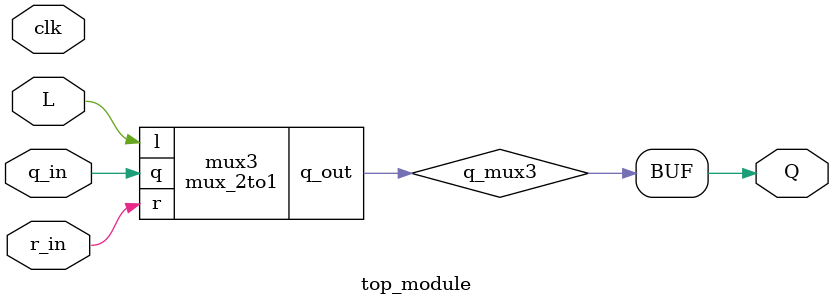
<source format=sv>
module flipflop(
    input clk,
    input r,
    output reg q
);

    always @(posedge clk)
    begin
        q <= r;
    end

endmodule
module mux_2to1(
    input r,
    input q,
    input l,
    output reg q_out
);

    always @(r or q or l)
    begin
        if (l)
        begin
            q_out <= r;
        end
        else
        begin
            q_out <= q;
        end
    end

endmodule
module top_module(
    input clk,
    input L,
    input q_in,
    input r_in,
    output reg Q
);

    wire q_ff1, q_ff2, q_ff3;
    wire r_ff1, r_ff2, r_ff3;
    reg q_mux1, q_mux2, q_mux3;

    flipflop ff1 (
        .clk(clk),
        .r(r_ff1),
        .q(q_ff1)
    );

    flipflop ff2 (
        .clk(clk),
        .r(r_ff2),
        .q(q_ff2)
    );

    flipflop ff3 (
        .clk(clk),
        .r(r_ff3),
        .q(q_ff3)
    );

    mux_2to1 mux1 (
        .r(r_ff1),
        .q(q_ff2),
        .l(L),
        .q_out(q_mux1)
    );

    mux_2to1 mux2 (
        .r(r_ff2),
        .q(q_ff3),
        .l(L),
        .q_out(q_mux2)
    );

    mux_2to1 mux3 (
        .r(r_in),
        .q(q_in),
        .l(L),
        .q_out(q_mux3)
    );

    assign Q = q_mux3;

endmodule

</source>
